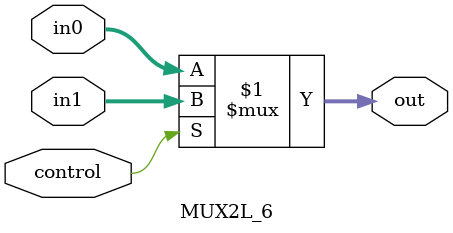
<source format=v>
`timescale 1ns / 1ps
module MUX2L_6(
	 input control,
    input [5:0] in0,
    input [5:0] in1,
    output [5:0] out
    );

	// 5Ïß2Â·Ñ¡ÔñÆ÷
	assign out = control ? in1 : in0;

endmodule

</source>
